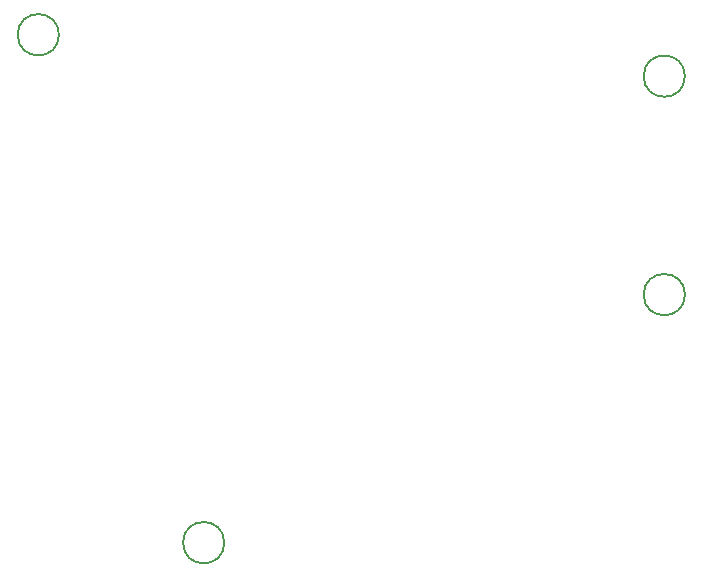
<source format=gbr>
%TF.GenerationSoftware,KiCad,Pcbnew,8.0.8*%
%TF.CreationDate,2025-02-14T13:40:02-05:00*%
%TF.ProjectId,EX-CSB1,45582d43-5342-4312-9e6b-696361645f70,rev?*%
%TF.SameCoordinates,Original*%
%TF.FileFunction,Other,Comment*%
%FSLAX46Y46*%
G04 Gerber Fmt 4.6, Leading zero omitted, Abs format (unit mm)*
G04 Created by KiCad (PCBNEW 8.0.8) date 2025-02-14 13:40:02*
%MOMM*%
%LPD*%
G01*
G04 APERTURE LIST*
%ADD10C,0.150000*%
G04 APERTURE END LIST*
D10*
%TO.C,H103*%
X57750000Y46500000D02*
G75*
G02*
X54250000Y46500000I-1750000J0D01*
G01*
X54250000Y46500000D02*
G75*
G02*
X57750000Y46500000I1750000J0D01*
G01*
%TO.C,H104*%
X57750000Y28000000D02*
G75*
G02*
X54250000Y28000000I-1750000J0D01*
G01*
X54250000Y28000000D02*
G75*
G02*
X57750000Y28000000I1750000J0D01*
G01*
%TO.C,H101*%
X4750000Y50000000D02*
G75*
G02*
X1250000Y50000000I-1750000J0D01*
G01*
X1250000Y50000000D02*
G75*
G02*
X4750000Y50000000I1750000J0D01*
G01*
%TO.C,H102*%
X18750000Y7000000D02*
G75*
G02*
X15250000Y7000000I-1750000J0D01*
G01*
X15250000Y7000000D02*
G75*
G02*
X18750000Y7000000I1750000J0D01*
G01*
%TD*%
M02*

</source>
